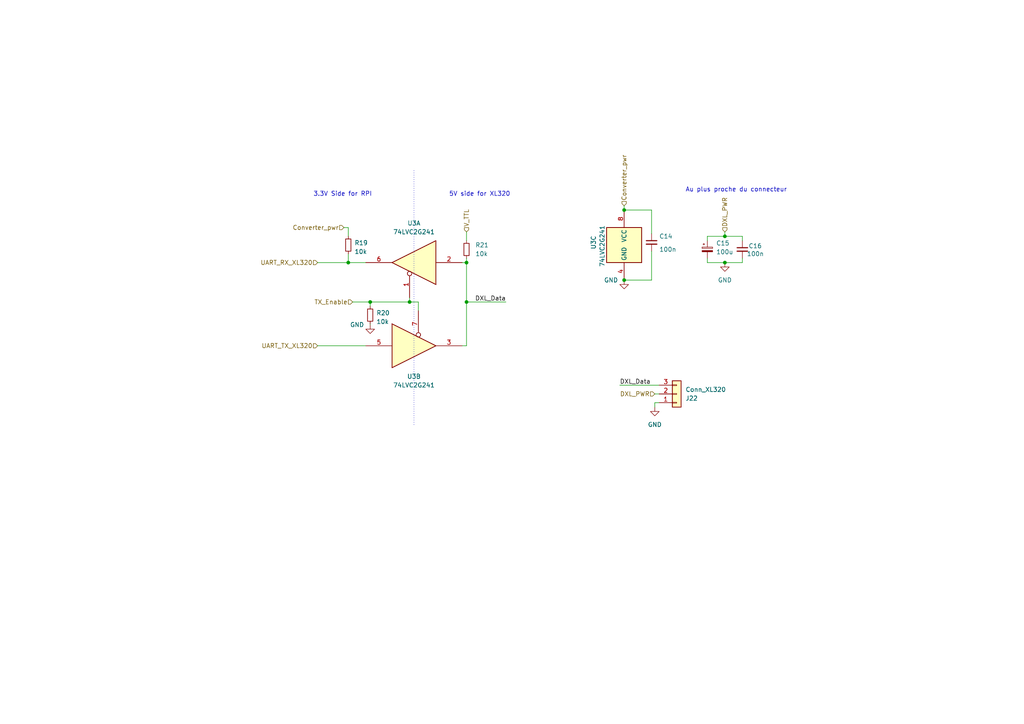
<source format=kicad_sch>
(kicad_sch (version 20230121) (generator eeschema)
  (paper "A4")
  (lib_symbols
    (symbol "74xGxx:74LVC2G241"
      (property "Reference" "U" (at 2.54 5.08 0))
      (property "Value" "74LVC2G241" (at 2.54 -7.62 0))
      (symbol "74LVC2G241_1_1"
        (polyline (pts (xy -7.62 6.35) (xy -7.62 -6.35) (xy 5.08 0) (xy -7.62 6.35)) (stroke (width 0.254)) (fill (type background)))
        (pin input inverted (at 0 10.16 270) (length 7.62) (name "~") (number "1"))
        (pin input line (at -15.24 0 0) (length 7.62) (name "~") (number "2"))
        (pin tri_state line (at 12.7 0 180) (length 7.62) (name "~") (number "6"))
      )
      (symbol "74LVC2G241_2_1"
        (polyline (pts (xy -7.62 6.35) (xy -7.62 -6.35) (xy 5.08 0) (xy -7.62 6.35)) (stroke (width 0.254)) (fill (type background)))
        (pin tri_state line (at 12.7 0 180) (length 7.62) (name "~") (number "3"))
        (pin input line (at -15.24 0 0) (length 7.62) (name "~") (number "5"))
        (pin input inverted (at 0 10.16 270) (length 7.62) (name "~") (number "7"))
      )
      (symbol "74LVC2G241_3_0"
        (rectangle (start -5.08 -5.08) (end 5.08 5.08) (stroke (width 0.254)) (fill (type background)))
      )
      (symbol "74LVC2G241_3_1"
        (pin power_in line (at 0 -10.16 90) (length 5.08) (name "GND") (number "4"))
        (pin power_in line (at 0 10.16 270) (length 5.08) (name "VCC") (number "8"))
      )
    )
    (symbol "Connector_Generic:Conn_01x03" (pin_names (offset 1.016) hide)
      (property "Reference" "J" (at 0 5.08 0))
      (property "Value" "Conn_01x03" (at 0 -5.08 0))
      (symbol "Conn_01x03_1_1"
        (rectangle (start -1.27 -2.413) (end 0 -2.667) (stroke (width 0.1524)))
        (rectangle (start -1.27 0.127) (end 0 -0.127) (stroke (width 0.1524)))
        (rectangle (start -1.27 2.667) (end 0 2.413) (stroke (width 0.1524)))
        (rectangle (start -1.27 3.81) (end 1.27 -3.81) (stroke (width 0.254)) (fill (type background)))
        (pin passive line (at -5.08 2.54 0) (length 3.81) (name "Pin_1") (number "1"))
        (pin passive line (at -5.08 0 0) (length 3.81) (name "Pin_2") (number "2"))
        (pin passive line (at -5.08 -2.54 0) (length 3.81) (name "Pin_3") (number "3"))
      )
    )
    (symbol "Device:C_Polarized_Small" (pin_numbers hide) (pin_names (offset 0.254) hide)
      (property "Reference" "C" (at 0.254 1.778 0))
      (property "Value" "C_Polarized_Small" (at 0.254 -2.032 0))
      (symbol "C_Polarized_Small_0_1"
        (rectangle (start -1.524 -0.3048) (end 1.524 -0.6858) (fill (type outline)))
        (rectangle (start -1.524 0.6858) (end 1.524 0.3048))
        (polyline (pts (xy -1.27 1.524) (xy -0.762 1.524)))
        (polyline (pts (xy -1.016 1.27) (xy -1.016 1.778)))
      )
      (symbol "C_Polarized_Small_1_1"
        (pin passive line (at 0 2.54 270) (length 1.8542) (name "~") (number "1"))
        (pin passive line (at 0 -2.54 90) (length 1.8542) (name "~") (number "2"))
      )
    )
    (symbol "Device:C_Small" (pin_numbers hide) (pin_names (offset 0.254) hide)
      (property "Reference" "C" (at 0.254 1.778 0))
      (property "Value" "C_Small" (at 0.254 -2.032 0))
      (symbol "C_Small_0_1"
        (polyline (pts (xy -1.524 -0.508) (xy 1.524 -0.508)) (stroke (width 0.3302)))
        (polyline (pts (xy -1.524 0.508) (xy 1.524 0.508)) (stroke (width 0.3048)))
      )
      (symbol "C_Small_1_1"
        (pin passive line (at 0 2.54 270) (length 2.032) (name "~") (number "1"))
        (pin passive line (at 0 -2.54 90) (length 2.032) (name "~") (number "2"))
      )
    )
    (symbol "Device:R_Small" (pin_numbers hide) (pin_names (offset 0.254) hide)
      (property "Reference" "R" (at 0.762 0.508 0))
      (property "Value" "R_Small" (at 0.762 -1.016 0))
      (symbol "R_Small_0_1"
        (rectangle (start -0.762 1.778) (end 0.762 -1.778) (stroke (width 0.2032)))
      )
      (symbol "R_Small_1_1"
        (pin passive line (at 0 2.54 270) (length 0.762) (name "~") (number "1"))
        (pin passive line (at 0 -2.54 90) (length 0.762) (name "~") (number "2"))
      )
    )
    (symbol "power:GND" (power) (pin_names (offset 0))
      (property "Value" "GND" (at 0 -3.81 0))
      (symbol "GND_0_1"
        (polyline (pts (xy 0 0) (xy 0 -1.27) (xy 1.27 -1.27) (xy 0 -2.54) (xy -1.27 -1.27) (xy 0 -1.27)))
      )
      (symbol "GND_1_1"
        (pin power_in line (at 0 0 270) (length 0) hide (name "GND") (number "1"))
      )
    )
  )
  (junction (at 135.3094 76.1622))
  (junction (at 181.0294 81.2422))
  (junction (at 107.3694 87.5922))
  (junction (at 210.2394 76.1622))
  (junction (at 101.0194 76.1622))
  (junction (at 135.3094 87.5922))
  (junction (at 118.7994 87.5922))
  (junction (at 210.2394 68.5422))
  (junction (at 181.0294 60.9222))
  (wire (pts (xy 181.0213 60.9222) (xy 181.0294 60.9222)))
  (wire (pts (xy 121.3394 87.5922) (xy 121.3394 90.1322)))
  (wire (pts (xy 205.1594 76.1622) (xy 210.2394 76.1622)))
  (wire (pts (xy 205.1594 68.5422) (xy 210.2394 68.5422)))
  (wire (pts (xy 210.2394 67.2722) (xy 210.2394 68.5422)))
  (wire (pts (xy 92.1294 76.1622) (xy 101.0194 76.1622)))
  (wire (pts (xy 188.9826 60.9222) (xy 188.9826 67.7733)))
  (wire (pts (xy 135.3094 76.1622) (xy 135.3094 87.5922)))
  (wire (pts (xy 101.0194 76.1622) (xy 106.0994 76.1622)))
  (wire (pts (xy 205.1594 76.1622) (xy 205.1594 74.8922)))
  (wire (pts (xy 181.0294 81.2422) (xy 188.9826 81.2422)))
  (wire (pts (xy 135.3094 67.2722) (xy 135.3094 69.8122)))
  (wire (pts (xy 101.0194 68.5422) (xy 101.0194 66.0022)))
  (wire (pts (xy 102.2894 87.5922) (xy 107.3694 87.5922)))
  (wire (pts (xy 92.1294 100.2922) (xy 106.0994 100.2922)))
  (wire (pts (xy 107.3694 87.5922) (xy 107.3694 88.8622)))
  (polyline (pts (xy 120.0694 49.4922) (xy 120.0694 123.1522)) (stroke (width 0) (type dot)))
  (wire (pts (xy 215.3194 68.5422) (xy 215.3194 69.8122)))
  (wire (pts (xy 215.3194 76.1622) (xy 215.3194 74.8922)))
  (wire (pts (xy 181.0294 60.9222) (xy 188.9826 60.9222)))
  (wire (pts (xy 134.0394 76.1622) (xy 135.3094 76.1622)))
  (wire (pts (xy 189.9194 114.2622) (xy 191.1894 114.2622)))
  (wire (pts (xy 135.3094 74.8922) (xy 135.3094 76.1622)))
  (wire (pts (xy 118.7994 86.3222) (xy 118.7994 87.5922)))
  (wire (pts (xy 189.9194 116.8022) (xy 191.1894 116.8022)))
  (wire (pts (xy 101.0194 73.6222) (xy 101.0194 76.1622)))
  (wire (pts (xy 107.3694 87.5922) (xy 118.7994 87.5922)))
  (wire (pts (xy 107.3694 94.1962) (xy 107.3694 93.9422)))
  (wire (pts (xy 189.9194 118.0722) (xy 189.9194 116.8022)))
  (wire (pts (xy 188.9826 72.8533) (xy 188.9826 81.2422)))
  (wire (pts (xy 181.0213 60.9222) (xy 181.0213 59.6821)))
  (wire (pts (xy 135.3094 87.5922) (xy 135.3094 100.2922)))
  (wire (pts (xy 210.2394 68.5422) (xy 215.3194 68.5422)))
  (wire (pts (xy 205.1594 68.5422) (xy 205.1594 69.8122)))
  (wire (pts (xy 134.0394 100.2922) (xy 135.3094 100.2922)))
  (wire (pts (xy 210.2394 76.1622) (xy 215.3194 76.1622)))
  (wire (pts (xy 135.3094 87.5922) (xy 146.7394 87.5922)))
  (wire (pts (xy 118.7994 87.5922) (xy 121.3394 87.5922)))
  (wire (pts (xy 101.0194 66.0022) (xy 99.7494 66.0022)))
  (wire (pts (xy 179.7594 111.7222) (xy 191.1894 111.7222)))
  (text "5V side for XL320" (at 130.2294 57.1122 0) (effects (font (size 1.27 1.27)) (justify left bottom)))
  (text "3.3V Side for RPI" (at 90.8594 57.1122 0) (effects (font (size 1.27 1.27)) (justify left bottom)))
  (text "Au plus proche du connecteur" (at 198.8094 55.8422 0) (effects (font (size 1.27 1.27)) (justify left bottom)))
  (label "DXL_Data" (at 146.7394 87.5922 180))
  (label "DXL_Data" (at 179.7594 111.7222 0))
  (hierarchical_label "UART_TX_XL320" (shape input) (at 92.1294 100.2922 180))
  (hierarchical_label "TX_Enable" (shape input) (at 102.2894 87.5922 180))
  (hierarchical_label "V_TTL" (shape input) (at 135.3094 67.2722 90))
  (hierarchical_label "Converter_pwr" (shape input) (at 99.7494 66.0022 180))
  (hierarchical_label "Converter_pwr" (shape input) (at 181.0213 59.6821 90))
  (hierarchical_label "UART_RX_XL320" (shape input) (at 92.1294 76.1622 180))
  (hierarchical_label "DXL_PWR" (shape input) (at 210.2394 67.2722 90))
  (hierarchical_label "DXL_PWR" (shape input) (at 189.9194 114.2622 180))
  (symbol (lib_id "Device:R_Small") (at 135.3094 72.3522 0) (unit 1)
    (property "Reference" "R21" (at 137.8494 71.0822 0) (effects (justify left)))
    (property "Value" "10k" (at 137.8494 73.6222 0) (effects (justify left)))
    (property "Footprint" "Resistor_SMD:R_0402_1005Metric" (effects hide))
  )
  (symbol (lib_id "Device:R_Small") (at 107.3694 91.4022 0) (unit 1)
    (property "Reference" "R20" (at 109.1474 90.7672 0) (effects (justify left)))
    (property "Value" "10k" (at 109.1474 93.3072 0) (effects (justify left)))
    (property "Footprint" "Resistor_SMD:R_0402_1005Metric" (effects hide))
  )
  (symbol (lib_id "Device:R_Small") (at 101.0194 71.0822 0) (unit 1)
    (property "Reference" "R19" (at 102.7974 70.4472 0) (effects (justify left)))
    (property "Value" "10k" (at 102.7974 72.9872 0) (effects (justify left)))
    (property "Footprint" "Resistor_SMD:R_0402_1005Metric" (effects hide))
  )
  (symbol (lib_id "Device:C_Small") (at 188.9826 70.3133 0) (unit 1)
    (property "Reference" "C14" (at 191.1894 68.5422 0) (effects (justify left)))
    (property "Value" "100n" (at 191.1894 72.3522 0) (effects (justify left)))
    (property "Footprint" "Capacitor_SMD:C_0402_1005Metric" (effects hide))
  )
  (symbol (lib_id "74xGxx:74LVC2G241") (at 121.3394 100.2922 0) (unit 2)
    (property "Reference" "U3" (at 120.0694 109.1822 0))
    (property "Value" "74LVC2G241" (at 120.0694 111.7222 0))
    (property "Footprint" "Package_SO:VSSOP-8_2.3x2mm_P0.5mm" (effects hide))
    (property "Datasheet" "https://4donline.ihs.com/images/VipMasterIC/IC/PHGL/PHGLS27073/PHGLS27073-1.pdf?hkey=6D3A4C79FDBF58556ACFDE234799DDF0" (effects hide))
    (property "Farnell" "https://fr.farnell.com/nexperia/74lvc2g241dc-125/buffer-driver-de-ligne-40-a-125/dp/3442085?st=74LVC2G241DC,125" (effects hide))
  )
  (symbol (lib_id "power:GND") (at 189.9194 118.0722 0) (unit 1)
    (property "Reference" "#PWR049" (effects hide))
    (property "Value" "GND" (at 189.9194 123.1522 0))
  )
  (symbol (lib_id "power:GND") (at 107.3694 94.1962 0) (unit 1)
    (property "Reference" "#PWR047" (effects hide))
    (property "Value" "GND" (at 103.5594 94.1962 0))
  )
  (symbol (lib_id "Device:C_Polarized_Small") (at 205.1594 72.3522 0) (unit 1)
    (property "Reference" "C15" (at 207.6994 70.5361 0) (effects (justify left)))
    (property "Value" "100u" (at 207.6994 73.0761 0) (effects (justify left)))
    (property "Footprint" "Capacitor_SMD:CP_Elec_6.3x7.7" (effects hide))
    (property "Vmax" "25V" (effects hide))
    (property "MPN" "865060445005" (effects hide))
  )
  (symbol (lib_id "power:GND") (at 181.0294 81.2422 0) (unit 1)
    (property "Reference" "#PWR048" (effects hide))
    (property "Value" "GND" (at 177.2194 81.2422 0))
  )
  (symbol (lib_id "74xGxx:74LVC2G241") (at 118.7994 76.1622 180) (unit 1)
    (property "Reference" "U3" (at 120.0694 64.7322 0))
    (property "Value" "74LVC2G241" (at 120.0694 67.2722 0))
    (property "Footprint" "Package_SO:VSSOP-8_2.3x2mm_P0.5mm" (effects hide))
    (property "Datasheet" "https://4donline.ihs.com/images/VipMasterIC/IC/PHGL/PHGLS27073/PHGLS27073-1.pdf?hkey=6D3A4C79FDBF58556ACFDE234799DDF0" (effects hide))
    (property "Farnell" "https://fr.farnell.com/nexperia/74lvc2g241dc-125/buffer-driver-de-ligne-40-a-125/dp/3442085?st=74LVC2G241DC,125" (effects hide))
  )
  (symbol (lib_id "Device:C_Small") (at 215.3194 72.3522 0) (unit 1)
    (property "Reference" "C16" (at 217.0974 71.3362 0) (effects (justify left)))
    (property "Value" "100n" (at 216.5894 73.6222 0) (effects (justify left)))
    (property "Footprint" "Capacitor_SMD:C_0402_1005Metric" (effects hide))
  )
  (symbol (lib_id "74xGxx:74LVC2G241") (at 181.0294 71.0822 0) (unit 3)
    (property "Reference" "U3" (at 172.1394 72.3522 90) (effects (justify left)))
    (property "Value" "74LVC2G241" (at 174.6794 77.4322 90) (effects (justify left)))
    (property "Footprint" "Package_SO:VSSOP-8_2.3x2mm_P0.5mm" (effects hide))
    (property "Datasheet" "https://4donline.ihs.com/images/VipMasterIC/IC/PHGL/PHGLS27073/PHGLS27073-1.pdf?hkey=6D3A4C79FDBF58556ACFDE234799DDF0" (effects hide))
    (property "Farnell" "https://fr.farnell.com/nexperia/74lvc2g241dc-125/buffer-driver-de-ligne-40-a-125/dp/3442085?st=74LVC2G241DC,125" (effects hide))
  )
  (symbol (lib_id "power:GND") (at 210.2394 76.1622 0) (unit 1)
    (property "Reference" "#PWR050" (effects hide))
    (property "Value" "GND" (at 210.2394 81.2422 0))
  )
  (symbol (lib_id "Connector_Generic:Conn_01x03") (at 196.2694 114.2622 0) (mirror x) (unit 1)
    (property "Reference" "J22" (at 198.8094 115.5322 0) (effects (justify left)))
    (property "Value" "Conn_XL320" (at 198.8094 112.9922 0) (effects (justify left)))
    (property "Footprint" "Connector_JST:JST_XH_B3B-XH-A_1x03_P2.50mm_Vertical" (effects hide))
  )
)
</source>
